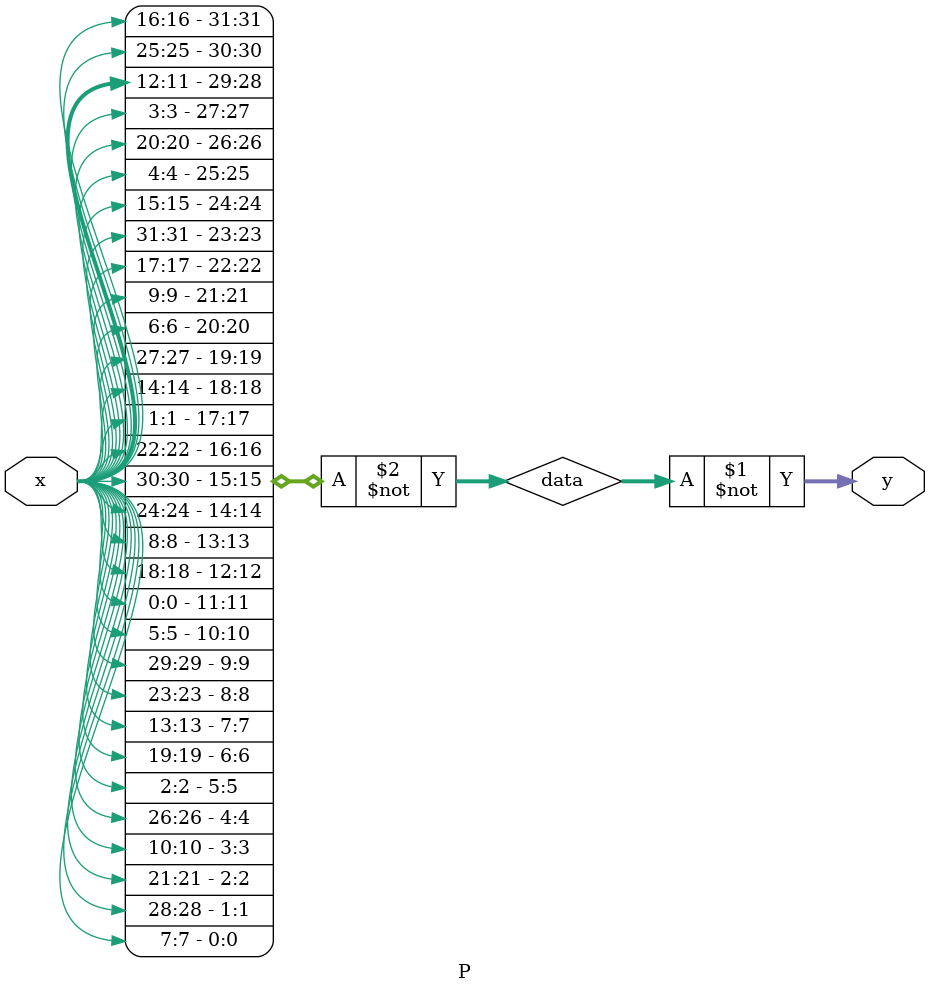
<source format=v>
module F_function (input [47:0] key, input [31:0] F_in, output [31:0] F_out);
    wire [47:0] o_exp, i_sbox;
    wire [31:0] o_sbox;
    assign i_sbox = key ^ o_exp;
    Expansion exp(.x(F_in), .y(o_exp));
    Sbox s_box(.S_in(i_sbox), .S_out(o_sbox));
    P p1(.x(o_sbox), .y(F_out));
endmodule

module Expansion (input [31:0] x, output [47:0] y);
    wire[47:0]  data;
    assign y = ~data;
    assign data = ~{x[0], x[31], x[30], x[29], x[28], x[27], x[28], x[27], 
                x[26], x[25], x[24], x[23], x[24], x[23], x[22], x[21], 
                x[20], x[19], x[20], x[19], x[18], x[17], x[16], x[15], 
                x[16], x[15], x[14], x[13], x[12], x[11], x[12], x[11], 
                x[10], x[9], x[8], x[7], x[8], x[7], x[6], x[5], 
                x[4], x[3], x[4], x[3], x[2], x[1], x[0], x[31]};
endmodule

module P (input [31:0] x, output [31:0] y);
    wire[31:0]  data;
    assign y = ~data;
    assign data = ~{x[16], x[25], x[12], x[11], x[3], x[20], x[4], x[15], 
                x[31], x[17], x[9], x[6], x[27], x[14], x[1], x[22], 
                x[30], x[24], x[8], x[18], x[0], x[5], x[29], x[23], 
                x[13], x[19], x[2], x[26], x[10], x[21], x[28], x[7]};
endmodule
</source>
